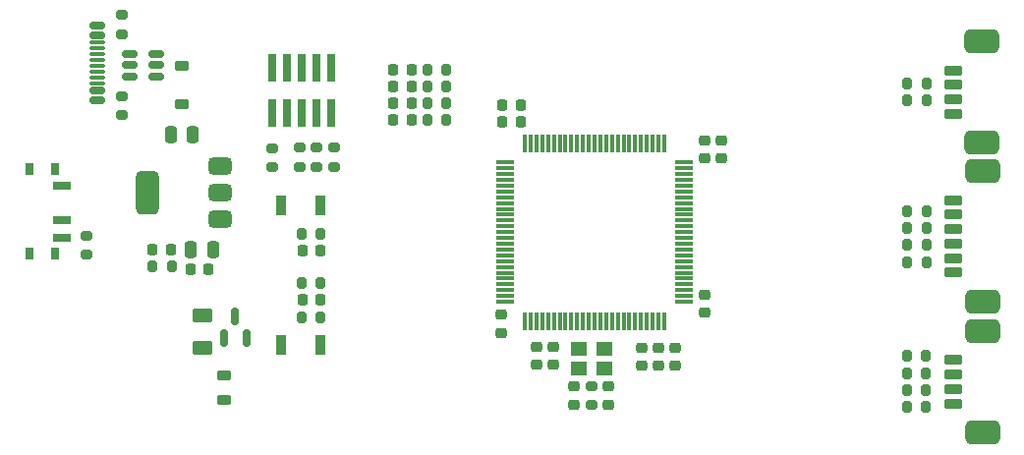
<source format=gbr>
%TF.GenerationSoftware,KiCad,Pcbnew,8.0.5*%
%TF.CreationDate,2024-10-15T23:52:28+04:00*%
%TF.ProjectId,AuroraF4,4175726f-7261-4463-942e-6b696361645f,v1.0.1*%
%TF.SameCoordinates,Original*%
%TF.FileFunction,Paste,Top*%
%TF.FilePolarity,Positive*%
%FSLAX46Y46*%
G04 Gerber Fmt 4.6, Leading zero omitted, Abs format (unit mm)*
G04 Created by KiCad (PCBNEW 8.0.5) date 2024-10-15 23:52:28*
%MOMM*%
%LPD*%
G01*
G04 APERTURE LIST*
G04 Aperture macros list*
%AMRoundRect*
0 Rectangle with rounded corners*
0 $1 Rounding radius*
0 $2 $3 $4 $5 $6 $7 $8 $9 X,Y pos of 4 corners*
0 Add a 4 corners polygon primitive as box body*
4,1,4,$2,$3,$4,$5,$6,$7,$8,$9,$2,$3,0*
0 Add four circle primitives for the rounded corners*
1,1,$1+$1,$2,$3*
1,1,$1+$1,$4,$5*
1,1,$1+$1,$6,$7*
1,1,$1+$1,$8,$9*
0 Add four rect primitives between the rounded corners*
20,1,$1+$1,$2,$3,$4,$5,0*
20,1,$1+$1,$4,$5,$6,$7,0*
20,1,$1+$1,$6,$7,$8,$9,0*
20,1,$1+$1,$8,$9,$2,$3,0*%
G04 Aperture macros list end*
%ADD10R,0.900000X1.700000*%
%ADD11RoundRect,0.200000X-0.200000X-0.275000X0.200000X-0.275000X0.200000X0.275000X-0.200000X0.275000X0*%
%ADD12RoundRect,0.200000X0.200000X0.275000X-0.200000X0.275000X-0.200000X-0.275000X0.200000X-0.275000X0*%
%ADD13RoundRect,0.225000X0.225000X0.250000X-0.225000X0.250000X-0.225000X-0.250000X0.225000X-0.250000X0*%
%ADD14R,0.740000X2.400000*%
%ADD15RoundRect,0.200000X0.600000X0.200000X-0.600000X0.200000X-0.600000X-0.200000X0.600000X-0.200000X0*%
%ADD16RoundRect,0.525000X-0.975000X-0.525000X0.975000X-0.525000X0.975000X0.525000X-0.975000X0.525000X0*%
%ADD17RoundRect,0.200000X-0.275000X0.200000X-0.275000X-0.200000X0.275000X-0.200000X0.275000X0.200000X0*%
%ADD18R,0.800000X1.000000*%
%ADD19R,1.500000X0.700000*%
%ADD20RoundRect,0.250000X-0.250000X-0.475000X0.250000X-0.475000X0.250000X0.475000X-0.250000X0.475000X0*%
%ADD21RoundRect,0.218750X-0.218750X-0.256250X0.218750X-0.256250X0.218750X0.256250X-0.218750X0.256250X0*%
%ADD22RoundRect,0.225000X0.375000X-0.225000X0.375000X0.225000X-0.375000X0.225000X-0.375000X-0.225000X0*%
%ADD23RoundRect,0.225000X0.250000X-0.225000X0.250000X0.225000X-0.250000X0.225000X-0.250000X-0.225000X0*%
%ADD24RoundRect,0.225000X-0.250000X0.225000X-0.250000X-0.225000X0.250000X-0.225000X0.250000X0.225000X0*%
%ADD25RoundRect,0.250000X0.250000X0.475000X-0.250000X0.475000X-0.250000X-0.475000X0.250000X-0.475000X0*%
%ADD26RoundRect,0.218750X-0.381250X0.218750X-0.381250X-0.218750X0.381250X-0.218750X0.381250X0.218750X0*%
%ADD27RoundRect,0.200000X0.275000X-0.200000X0.275000X0.200000X-0.275000X0.200000X-0.275000X-0.200000X0*%
%ADD28R,1.400000X1.200000*%
%ADD29RoundRect,0.375000X0.625000X0.375000X-0.625000X0.375000X-0.625000X-0.375000X0.625000X-0.375000X0*%
%ADD30RoundRect,0.500000X0.500000X1.400000X-0.500000X1.400000X-0.500000X-1.400000X0.500000X-1.400000X0*%
%ADD31RoundRect,0.150000X-0.512500X-0.150000X0.512500X-0.150000X0.512500X0.150000X-0.512500X0.150000X0*%
%ADD32RoundRect,0.250000X0.625000X-0.375000X0.625000X0.375000X-0.625000X0.375000X-0.625000X-0.375000X0*%
%ADD33RoundRect,0.150000X0.150000X-0.587500X0.150000X0.587500X-0.150000X0.587500X-0.150000X-0.587500X0*%
%ADD34RoundRect,0.075000X0.725000X-0.075000X0.725000X0.075000X-0.725000X0.075000X-0.725000X-0.075000X0*%
%ADD35RoundRect,0.075000X0.075000X-0.725000X0.075000X0.725000X-0.075000X0.725000X-0.075000X-0.725000X0*%
%ADD36RoundRect,0.150000X-0.500000X0.150000X-0.500000X-0.150000X0.500000X-0.150000X0.500000X0.150000X0*%
%ADD37RoundRect,0.075000X-0.575000X0.075000X-0.575000X-0.075000X0.575000X-0.075000X0.575000X0.075000X0*%
G04 APERTURE END LIST*
D10*
%TO.C,USR*%
X120830000Y-108140000D03*
X124230000Y-108140000D03*
%TD*%
%TO.C,RST*%
X120830000Y-96170000D03*
X124230000Y-96170000D03*
%TD*%
D11*
%TO.C,R6*%
X122625000Y-102830000D03*
X124275000Y-102830000D03*
%TD*%
D12*
%TO.C,R5*%
X122625000Y-105750000D03*
X124275000Y-105750000D03*
%TD*%
%TO.C,R4*%
X124275000Y-98560000D03*
X122625000Y-98560000D03*
%TD*%
D13*
%TO.C,C18*%
X124225000Y-104290000D03*
X122675000Y-104290000D03*
%TD*%
%TO.C,C17*%
X124225000Y-100020000D03*
X122675000Y-100020000D03*
%TD*%
D14*
%TO.C,J2*%
X120070000Y-88160000D03*
X120070000Y-84260000D03*
X121340000Y-88160000D03*
X121340000Y-84260000D03*
X122610000Y-88160000D03*
X122610000Y-84260000D03*
X123880000Y-88160000D03*
X123880000Y-84260000D03*
X125150000Y-88160000D03*
X125150000Y-84260000D03*
%TD*%
D15*
%TO.C,J3*%
X178790000Y-113200000D03*
X178790000Y-111950000D03*
X178790000Y-110700000D03*
X178790000Y-109450000D03*
D16*
X181290000Y-106950000D03*
X181290000Y-115650000D03*
%TD*%
D15*
%TO.C,J1*%
X178780000Y-101920000D03*
X178780000Y-100670000D03*
X178780000Y-99420000D03*
X178780000Y-98170000D03*
X178780000Y-96920000D03*
X178780000Y-95670000D03*
D16*
X181280000Y-93170000D03*
X181280000Y-104420000D03*
%TD*%
D12*
%TO.C,R27*%
X135080000Y-88790000D03*
X133430000Y-88790000D03*
%TD*%
%TO.C,R26*%
X135080000Y-87330000D03*
X133430000Y-87330000D03*
%TD*%
%TO.C,R25*%
X135080000Y-85870000D03*
X133430000Y-85870000D03*
%TD*%
%TO.C,R24*%
X135080000Y-84410000D03*
X133430000Y-84410000D03*
%TD*%
D17*
%TO.C,R8*%
X123930000Y-92825000D03*
X123930000Y-91175000D03*
%TD*%
D18*
%TO.C,BOOT1*%
X101350000Y-93000000D03*
X99140000Y-93000000D03*
X101350000Y-100300000D03*
X99140000Y-100300000D03*
D19*
X102000000Y-94400000D03*
X102000000Y-97400000D03*
X102000000Y-98900000D03*
%TD*%
D20*
%TO.C,C15*%
X114990000Y-99940000D03*
X113090000Y-99940000D03*
%TD*%
D17*
%TO.C,R17*%
X107117500Y-79712500D03*
X107117500Y-81362500D03*
%TD*%
D21*
%TO.C,D4*%
X132077500Y-88790000D03*
X130502500Y-88790000D03*
%TD*%
D22*
%TO.C,D6*%
X112330000Y-87430000D03*
X112330000Y-84130000D03*
%TD*%
D17*
%TO.C,R9*%
X122470000Y-92810000D03*
X122470000Y-91160000D03*
%TD*%
D21*
%TO.C,L1*%
X114607500Y-101650000D03*
X113032500Y-101650000D03*
%TD*%
D23*
%TO.C,C6*%
X157330000Y-92105000D03*
X157330000Y-90555000D03*
%TD*%
D11*
%TO.C,R12*%
X174750000Y-113500000D03*
X176400000Y-113500000D03*
%TD*%
D24*
%TO.C,C9*%
X142830000Y-109865000D03*
X142830000Y-108315000D03*
%TD*%
%TO.C,C12*%
X149040000Y-113290000D03*
X149040000Y-111740000D03*
%TD*%
D25*
%TO.C,C14*%
X113260000Y-90050000D03*
X111360000Y-90050000D03*
%TD*%
D26*
%TO.C,FB1*%
X115980000Y-110735000D03*
X115980000Y-112860000D03*
%TD*%
D17*
%TO.C,R10*%
X120080000Y-92835000D03*
X120080000Y-91185000D03*
%TD*%
D21*
%TO.C,D5*%
X111377500Y-99940000D03*
X109802500Y-99940000D03*
%TD*%
D12*
%TO.C,R16*%
X176455000Y-87110000D03*
X174805000Y-87110000D03*
%TD*%
D11*
%TO.C,R11*%
X176405000Y-109110000D03*
X174755000Y-109110000D03*
%TD*%
D17*
%TO.C,R7*%
X125400000Y-92825000D03*
X125400000Y-91175000D03*
%TD*%
D12*
%TO.C,R19*%
X109765000Y-101400000D03*
X111415000Y-101400000D03*
%TD*%
D24*
%TO.C,C11*%
X154840000Y-109940000D03*
X154840000Y-108390000D03*
%TD*%
D21*
%TO.C,D3*%
X132077500Y-87330000D03*
X130502500Y-87330000D03*
%TD*%
D24*
%TO.C,C10*%
X153370000Y-108390000D03*
X153370000Y-109940000D03*
%TD*%
D27*
%TO.C,R18*%
X107117500Y-88367500D03*
X107117500Y-86717500D03*
%TD*%
D12*
%TO.C,R20*%
X176465000Y-98090000D03*
X174815000Y-98090000D03*
%TD*%
D27*
%TO.C,R1*%
X104100000Y-100405000D03*
X104100000Y-98755000D03*
%TD*%
D28*
%TO.C,Y1*%
X146480000Y-110180000D03*
X148680000Y-110180000D03*
X148680000Y-108480000D03*
X146480000Y-108480000D03*
%TD*%
D21*
%TO.C,D1*%
X132082500Y-84410000D03*
X130507500Y-84410000D03*
%TD*%
D29*
%TO.C,U4*%
X115610000Y-97350000D03*
X115610000Y-95050000D03*
D30*
X109310000Y-95050000D03*
D29*
X115610000Y-92750000D03*
%TD*%
D12*
%TO.C,R13*%
X176465000Y-101010000D03*
X174815000Y-101010000D03*
%TD*%
D13*
%TO.C,C5*%
X141470000Y-88970000D03*
X139920000Y-88970000D03*
%TD*%
D12*
%TO.C,R14*%
X176465000Y-99550000D03*
X174815000Y-99550000D03*
%TD*%
D31*
%TO.C,U3*%
X107850000Y-83097500D03*
X107850000Y-84047500D03*
X107850000Y-84997500D03*
X110125000Y-84997500D03*
X110125000Y-84047500D03*
X110125000Y-83097500D03*
%TD*%
D32*
%TO.C,F1*%
X114060000Y-108400000D03*
X114060000Y-105600000D03*
%TD*%
D17*
%TO.C,R2*%
X147580000Y-113340000D03*
X147580000Y-111690000D03*
%TD*%
D24*
%TO.C,C13*%
X146110000Y-113295000D03*
X146110000Y-111745000D03*
%TD*%
%TO.C,C7*%
X157380000Y-103795000D03*
X157380000Y-105345000D03*
%TD*%
D12*
%TO.C,R15*%
X176450000Y-85650000D03*
X174800000Y-85650000D03*
%TD*%
D33*
%TO.C,Q1*%
X115950000Y-107557500D03*
X117850000Y-107557500D03*
X116900000Y-105682500D03*
%TD*%
D21*
%TO.C,D2*%
X132082500Y-85870000D03*
X130507500Y-85870000D03*
%TD*%
D12*
%TO.C,R22*%
X176400000Y-112035000D03*
X174750000Y-112035000D03*
%TD*%
D24*
%TO.C,C8*%
X151910000Y-108385000D03*
X151910000Y-109935000D03*
%TD*%
D23*
%TO.C,C3*%
X158790000Y-92105000D03*
X158790000Y-90555000D03*
%TD*%
D13*
%TO.C,C2*%
X141470000Y-87510000D03*
X139920000Y-87510000D03*
%TD*%
D24*
%TO.C,C1*%
X144290000Y-108315000D03*
X144290000Y-109865000D03*
%TD*%
D12*
%TO.C,R23*%
X176405000Y-110575000D03*
X174755000Y-110575000D03*
%TD*%
%TO.C,R21*%
X176465000Y-96630000D03*
X174815000Y-96630000D03*
%TD*%
D24*
%TO.C,C4*%
X139820000Y-105565000D03*
X139820000Y-107115000D03*
%TD*%
D34*
%TO.C,U1*%
X140185000Y-104430000D03*
X140185000Y-103930000D03*
X140185000Y-103430000D03*
X140185000Y-102930000D03*
X140185000Y-102430000D03*
X140185000Y-101930000D03*
X140185000Y-101430000D03*
X140185000Y-100930000D03*
X140185000Y-100430000D03*
X140185000Y-99930000D03*
X140185000Y-99430000D03*
X140185000Y-98930000D03*
X140185000Y-98430000D03*
X140185000Y-97930000D03*
X140185000Y-97430000D03*
X140185000Y-96930000D03*
X140185000Y-96430000D03*
X140185000Y-95930000D03*
X140185000Y-95430000D03*
X140185000Y-94930000D03*
X140185000Y-94430000D03*
X140185000Y-93930000D03*
X140185000Y-93430000D03*
X140185000Y-92930000D03*
X140185000Y-92430000D03*
D35*
X141860000Y-90755000D03*
X142360000Y-90755000D03*
X142860000Y-90755000D03*
X143360000Y-90755000D03*
X143860000Y-90755000D03*
X144360000Y-90755000D03*
X144860000Y-90755000D03*
X145360000Y-90755000D03*
X145860000Y-90755000D03*
X146360000Y-90755000D03*
X146860000Y-90755000D03*
X147360000Y-90755000D03*
X147860000Y-90755000D03*
X148360000Y-90755000D03*
X148860000Y-90755000D03*
X149360000Y-90755000D03*
X149860000Y-90755000D03*
X150360000Y-90755000D03*
X150860000Y-90755000D03*
X151360000Y-90755000D03*
X151860000Y-90755000D03*
X152360000Y-90755000D03*
X152860000Y-90755000D03*
X153360000Y-90755000D03*
X153860000Y-90755000D03*
D34*
X155535000Y-92430000D03*
X155535000Y-92930000D03*
X155535000Y-93430000D03*
X155535000Y-93930000D03*
X155535000Y-94430000D03*
X155535000Y-94930000D03*
X155535000Y-95430000D03*
X155535000Y-95930000D03*
X155535000Y-96430000D03*
X155535000Y-96930000D03*
X155535000Y-97430000D03*
X155535000Y-97930000D03*
X155535000Y-98430000D03*
X155535000Y-98930000D03*
X155535000Y-99430000D03*
X155535000Y-99930000D03*
X155535000Y-100430000D03*
X155535000Y-100930000D03*
X155535000Y-101430000D03*
X155535000Y-101930000D03*
X155535000Y-102430000D03*
X155535000Y-102930000D03*
X155535000Y-103430000D03*
X155535000Y-103930000D03*
X155535000Y-104430000D03*
D35*
X153860000Y-106105000D03*
X153360000Y-106105000D03*
X152860000Y-106105000D03*
X152360000Y-106105000D03*
X151860000Y-106105000D03*
X151360000Y-106105000D03*
X150860000Y-106105000D03*
X150360000Y-106105000D03*
X149860000Y-106105000D03*
X149360000Y-106105000D03*
X148860000Y-106105000D03*
X148360000Y-106105000D03*
X147860000Y-106105000D03*
X147360000Y-106105000D03*
X146860000Y-106105000D03*
X146360000Y-106105000D03*
X145860000Y-106105000D03*
X145360000Y-106105000D03*
X144860000Y-106105000D03*
X144360000Y-106105000D03*
X143860000Y-106105000D03*
X143360000Y-106105000D03*
X142860000Y-106105000D03*
X142360000Y-106105000D03*
X141860000Y-106105000D03*
%TD*%
D15*
%TO.C,J4*%
X178745000Y-88250000D03*
X178745000Y-87000000D03*
X178745000Y-85750000D03*
X178745000Y-84500000D03*
D16*
X181245000Y-82000000D03*
X181245000Y-90700000D03*
%TD*%
D36*
%TO.C,J5*%
X105042500Y-80655000D03*
X105042500Y-81455000D03*
D37*
X105042500Y-82605000D03*
X105042500Y-83605000D03*
X105042500Y-84105000D03*
X105042500Y-85105000D03*
D36*
X105042500Y-86255000D03*
X105042500Y-87055000D03*
X105042500Y-87055000D03*
X105042500Y-86255000D03*
D37*
X105042500Y-85605000D03*
X105042500Y-84605000D03*
X105042500Y-83105000D03*
X105042500Y-82105000D03*
D36*
X105042500Y-81455000D03*
X105042500Y-80655000D03*
%TD*%
M02*

</source>
